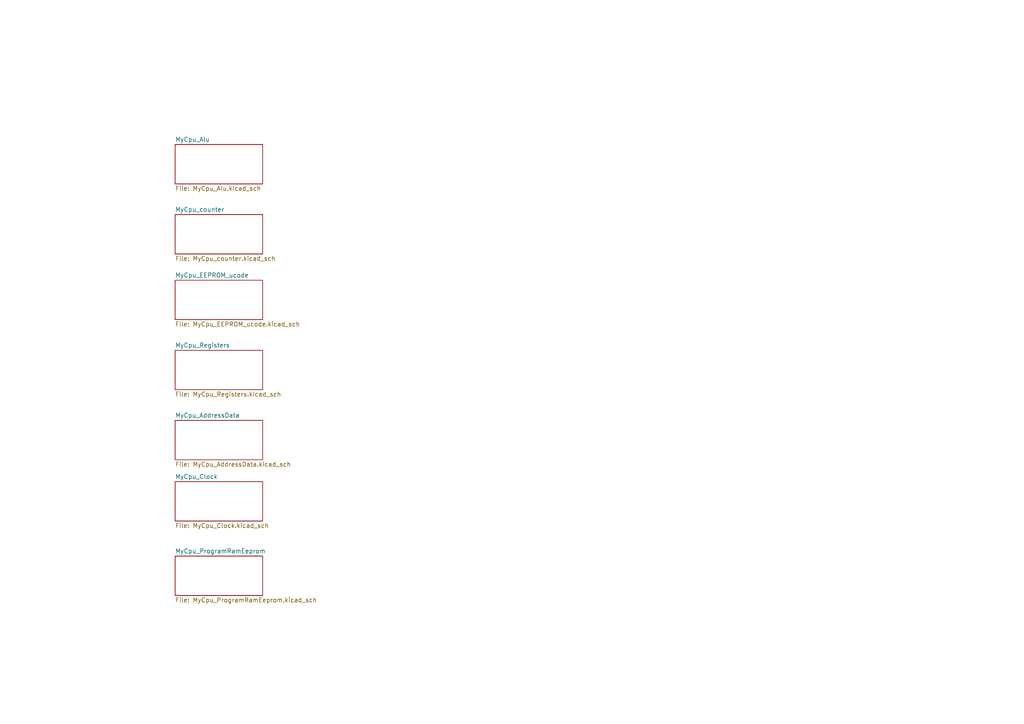
<source format=kicad_sch>
(kicad_sch
	(version 20250114)
	(generator "eeschema")
	(generator_version "9.0")
	(uuid "3b2bc6e1-e750-4ab8-b1aa-7bf3bf6b6c01")
	(paper "A4")
	(title_block
		(title "MyCPU")
		(date "2025-06-23")
		(company "Sylvain Fortin")
	)
	(lib_symbols)
	(sheet
		(at 50.8 161.29)
		(size 25.4 11.43)
		(exclude_from_sim no)
		(in_bom yes)
		(on_board yes)
		(dnp no)
		(fields_autoplaced yes)
		(stroke
			(width 0.1524)
			(type solid)
		)
		(fill
			(color 0 0 0 0.0000)
		)
		(uuid "616691dc-e2f3-4149-8914-9b9caa3a00d3")
		(property "Sheetname" "MyCpu_ProgramRamEeprom"
			(at 50.8 160.5784 0)
			(effects
				(font
					(size 1.27 1.27)
				)
				(justify left bottom)
			)
		)
		(property "Sheetfile" "MyCpu_ProgramRamEeprom.kicad_sch"
			(at 50.8 173.3046 0)
			(effects
				(font
					(size 1.27 1.27)
				)
				(justify left top)
			)
		)
		(instances
			(project "MyCPU"
				(path "/3b2bc6e1-e750-4ab8-b1aa-7bf3bf6b6c01"
					(page "8")
				)
			)
		)
	)
	(sheet
		(at 50.8 139.7)
		(size 25.4 11.43)
		(exclude_from_sim no)
		(in_bom yes)
		(on_board yes)
		(dnp no)
		(fields_autoplaced yes)
		(stroke
			(width 0.1524)
			(type solid)
		)
		(fill
			(color 0 0 0 0.0000)
		)
		(uuid "72a8ad64-27dd-4a5a-a6ef-0e3de4ee3273")
		(property "Sheetname" "MyCpu_Clock"
			(at 50.8 138.9884 0)
			(effects
				(font
					(size 1.27 1.27)
				)
				(justify left bottom)
			)
		)
		(property "Sheetfile" "MyCpu_Clock.kicad_sch"
			(at 50.8 151.7146 0)
			(effects
				(font
					(size 1.27 1.27)
				)
				(justify left top)
			)
		)
		(instances
			(project "MyCPU"
				(path "/3b2bc6e1-e750-4ab8-b1aa-7bf3bf6b6c01"
					(page "7")
				)
			)
		)
	)
	(sheet
		(at 50.8 81.28)
		(size 25.4 11.43)
		(exclude_from_sim no)
		(in_bom yes)
		(on_board yes)
		(dnp no)
		(fields_autoplaced yes)
		(stroke
			(width 0.1524)
			(type solid)
		)
		(fill
			(color 0 0 0 0.0000)
		)
		(uuid "8f42b431-84a2-4475-a2b5-0fd052d90c40")
		(property "Sheetname" "MyCpu_EEPROM_ucode"
			(at 50.8 80.5684 0)
			(effects
				(font
					(size 1.27 1.27)
				)
				(justify left bottom)
			)
		)
		(property "Sheetfile" "MyCpu_EEPROM_ucode.kicad_sch"
			(at 50.8 93.2946 0)
			(effects
				(font
					(size 1.27 1.27)
				)
				(justify left top)
			)
		)
		(instances
			(project "MyCPU"
				(path "/3b2bc6e1-e750-4ab8-b1aa-7bf3bf6b6c01"
					(page "4")
				)
			)
		)
	)
	(sheet
		(at 50.8 101.6)
		(size 25.4 11.43)
		(exclude_from_sim no)
		(in_bom yes)
		(on_board yes)
		(dnp no)
		(fields_autoplaced yes)
		(stroke
			(width 0.1524)
			(type solid)
		)
		(fill
			(color 0 0 0 0.0000)
		)
		(uuid "953490f2-3a89-4476-a3e0-df62d4b74c68")
		(property "Sheetname" "MyCpu_Registers"
			(at 50.8 100.8884 0)
			(effects
				(font
					(size 1.27 1.27)
				)
				(justify left bottom)
			)
		)
		(property "Sheetfile" "MyCpu_Registers.kicad_sch"
			(at 50.8 113.6146 0)
			(effects
				(font
					(size 1.27 1.27)
				)
				(justify left top)
			)
		)
		(instances
			(project "MyCPU"
				(path "/3b2bc6e1-e750-4ab8-b1aa-7bf3bf6b6c01"
					(page "5")
				)
			)
		)
	)
	(sheet
		(at 50.8 62.23)
		(size 25.4 11.43)
		(exclude_from_sim no)
		(in_bom yes)
		(on_board yes)
		(dnp no)
		(fields_autoplaced yes)
		(stroke
			(width 0.1524)
			(type solid)
		)
		(fill
			(color 0 0 0 0.0000)
		)
		(uuid "9a0d05ef-35fe-433e-b780-d3f5ac7b6e19")
		(property "Sheetname" "MyCpu_counter"
			(at 50.8 61.5184 0)
			(effects
				(font
					(size 1.27 1.27)
				)
				(justify left bottom)
			)
		)
		(property "Sheetfile" "MyCpu_counter.kicad_sch"
			(at 50.8 74.2446 0)
			(effects
				(font
					(size 1.27 1.27)
				)
				(justify left top)
			)
		)
		(instances
			(project "MyCPU"
				(path "/3b2bc6e1-e750-4ab8-b1aa-7bf3bf6b6c01"
					(page "3")
				)
			)
		)
	)
	(sheet
		(at 50.8 121.92)
		(size 25.4 11.43)
		(exclude_from_sim no)
		(in_bom yes)
		(on_board yes)
		(dnp no)
		(fields_autoplaced yes)
		(stroke
			(width 0.1524)
			(type solid)
		)
		(fill
			(color 0 0 0 0.0000)
		)
		(uuid "9a6999c3-556b-4fe8-bc58-dfe051925439")
		(property "Sheetname" "MyCpu_AddressData"
			(at 50.8 121.2084 0)
			(effects
				(font
					(size 1.27 1.27)
				)
				(justify left bottom)
			)
		)
		(property "Sheetfile" "MyCpu_AddressData.kicad_sch"
			(at 50.8 133.9346 0)
			(effects
				(font
					(size 1.27 1.27)
				)
				(justify left top)
			)
		)
		(instances
			(project "MyCPU"
				(path "/3b2bc6e1-e750-4ab8-b1aa-7bf3bf6b6c01"
					(page "6")
				)
			)
		)
	)
	(sheet
		(at 50.8 41.91)
		(size 25.4 11.43)
		(exclude_from_sim no)
		(in_bom yes)
		(on_board yes)
		(dnp no)
		(fields_autoplaced yes)
		(stroke
			(width 0.1524)
			(type solid)
		)
		(fill
			(color 0 0 0 0.0000)
		)
		(uuid "c17fa983-df31-4117-a87c-5689b8986f3d")
		(property "Sheetname" "MyCpu_Alu"
			(at 50.8 41.1984 0)
			(effects
				(font
					(size 1.27 1.27)
				)
				(justify left bottom)
			)
		)
		(property "Sheetfile" "MyCpu_Alu.kicad_sch"
			(at 50.8 53.9246 0)
			(effects
				(font
					(size 1.27 1.27)
				)
				(justify left top)
			)
		)
		(instances
			(project "MyCPU"
				(path "/3b2bc6e1-e750-4ab8-b1aa-7bf3bf6b6c01"
					(page "2")
				)
			)
		)
	)
	(sheet_instances
		(path "/"
			(page "1")
		)
	)
	(embedded_fonts no)
)

</source>
